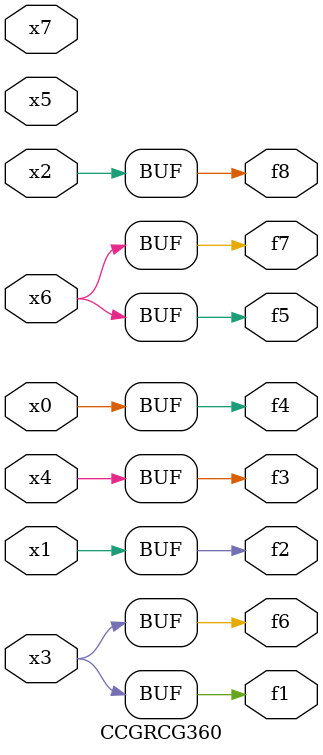
<source format=v>
module CCGRCG360(
	input x0, x1, x2, x3, x4, x5, x6, x7,
	output f1, f2, f3, f4, f5, f6, f7, f8
);
	assign f1 = x3;
	assign f2 = x1;
	assign f3 = x4;
	assign f4 = x0;
	assign f5 = x6;
	assign f6 = x3;
	assign f7 = x6;
	assign f8 = x2;
endmodule

</source>
